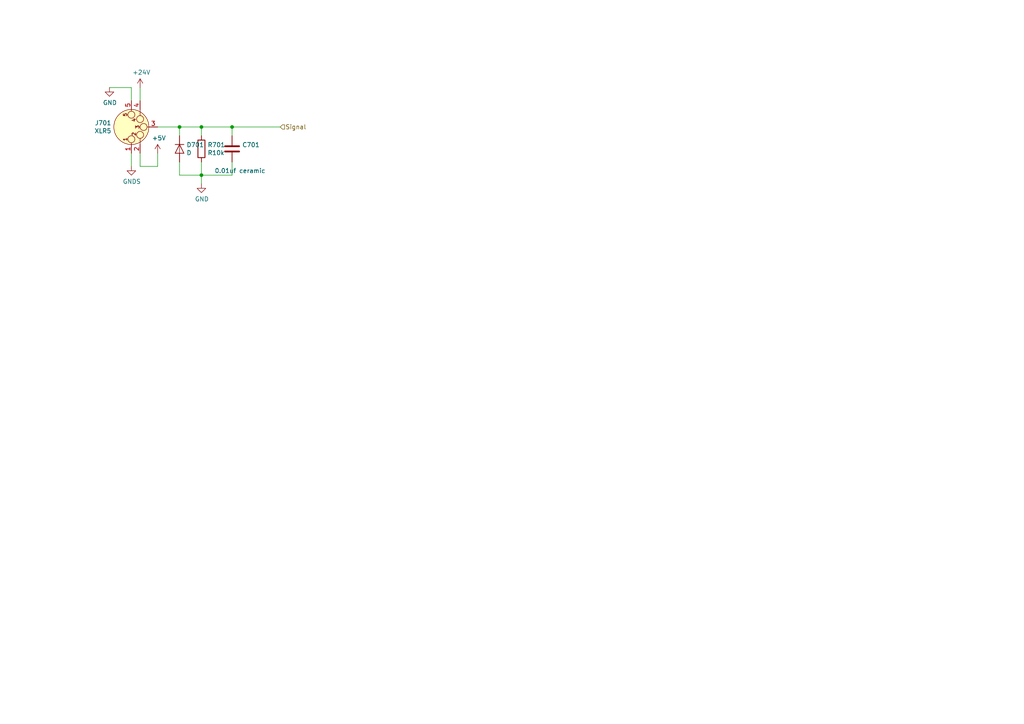
<source format=kicad_sch>
(kicad_sch (version 20210621) (generator eeschema)
  (paper "A4")
  (lib_symbols
    (symbol "Connector:XLR5" (pin_names hide)
      (property "Reference" "J" (at 2.54 6.35 0))
      (property "Value" "XLR5" (at 5.08 -6.096 0))
      (symbol "XLR5_0_1"
        (circle (center -3.556 0) (radius 1.016))
        (circle (center -2.286 -2.54) (radius 1.016))
        (circle (center 0 -3.556) (radius 1.016))
        (polyline (pts (xy -5.08 -2.54) (xy -4.445 -2.54)))
        (polyline (pts (xy -5.08 0) (xy -4.572 0)))
        (polyline (pts (xy -4.572 -2.54) (xy -3.302 -2.54)))
        (polyline (pts (xy 0 -5.08) (xy 0 -4.572)))
        (polyline (pts (xy 4.572 -2.54) (xy 3.302 -2.54)))
        (polyline (pts (xy 5.08 -2.54) (xy 4.445 -2.54)))
        (polyline (pts (xy 5.08 0) (xy 4.572 0)))
        (circle (center 0 0) (radius 5.08) (fill (type background)))
        (circle (center 2.286 -2.54) (radius 1.016))
        (circle (center 3.556 0) (radius 1.016))
        (text "1" (at -3.556 1.778 0) (effects (font (size 1.016 1.016) bold)))
        (text "2" (at -2.032 -0.762 0) (effects (font (size 1.016 1.016) bold)))
        (text "3" (at 0 -1.778 0) (effects (font (size 1.016 1.016) bold)))
        (text "4" (at 2.032 -0.762 0) (effects (font (size 1.016 1.016) bold)))
        (text "5" (at 3.556 1.778 0) (effects (font (size 1.016 1.016) bold)))
      )
      (symbol "XLR5_1_1"
        (pin passive line (at -7.62 0 0) (length 2.54) (name "P1") (number "1"))
        (pin passive line (at -7.62 -2.54 0) (length 2.54) (name "P2") (number "2"))
        (pin passive line (at 0 -7.62 90) (length 2.54) (name "P3") (number "3"))
        (pin passive line (at 7.62 -2.54 180) (length 2.54) (name "P3") (number "4"))
        (pin passive line (at 7.62 0 180) (length 2.54) (name "P5") (number "5"))
      )
    )
    (symbol "Device:C" (pin_numbers hide) (pin_names (offset 0.254))
      (property "Reference" "C" (at 0.635 2.54 0))
      (property "Value" "C" (at 0.635 -2.54 0))
      (symbol "C_0_1"
        (polyline (pts (xy -2.032 -0.762) (xy 2.032 -0.762)) (stroke (width 0.508)))
        (polyline (pts (xy -2.032 0.762) (xy 2.032 0.762)) (stroke (width 0.508)))
      )
      (symbol "C_1_1"
        (pin passive line (at 0 3.81 270) (length 2.794) (name "~") (number "1"))
        (pin passive line (at 0 -3.81 90) (length 2.794) (name "~") (number "2"))
      )
    )
    (symbol "Device:D" (pin_numbers hide) (pin_names (offset 1.016) hide)
      (property "Reference" "D" (at 0 2.54 0))
      (property "Value" "D" (at 0 -2.54 0))
      (symbol "D_0_1"
        (polyline (pts (xy -1.27 1.27) (xy -1.27 -1.27)) (stroke (width 0.2032)))
        (polyline (pts (xy 1.27 0) (xy -1.27 0)))
        (polyline (pts (xy 1.27 1.27) (xy 1.27 -1.27) (xy -1.27 0) (xy 1.27 1.27)) (stroke (width 0.2032)))
      )
      (symbol "D_1_1"
        (pin passive line (at -3.81 0 0) (length 2.54) (name "K") (number "1"))
        (pin passive line (at 3.81 0 180) (length 2.54) (name "A") (number "2"))
      )
    )
    (symbol "Device:R" (pin_numbers hide) (pin_names (offset 0))
      (property "Reference" "R" (at 2.032 0 90))
      (property "Value" "R" (at 0 0 90))
      (symbol "R_0_1"
        (rectangle (start -1.016 -2.54) (end 1.016 2.54) (stroke (width 0.254)))
      )
      (symbol "R_1_1"
        (pin passive line (at 0 3.81 270) (length 1.27) (name "~") (number "1"))
        (pin passive line (at 0 -3.81 90) (length 1.27) (name "~") (number "2"))
      )
    )
    (symbol "power:+24V" (power) (pin_names (offset 0))
      (property "Value" "+24V" (at 0 3.556 0))
      (symbol "+24V_0_1"
        (polyline (pts (xy -0.762 1.27) (xy 0 2.54)))
        (polyline (pts (xy 0 0) (xy 0 2.54)))
        (polyline (pts (xy 0 2.54) (xy 0.762 1.27)))
      )
      (symbol "+24V_1_1"
        (pin power_in line (at 0 0 90) (length 0) hide (name "+24V") (number "1"))
      )
    )
    (symbol "power:+5V" (power) (pin_names (offset 0))
      (property "Value" "+5V" (at 0 3.556 0))
      (symbol "+5V_0_1"
        (polyline (pts (xy -0.762 1.27) (xy 0 2.54)))
        (polyline (pts (xy 0 0) (xy 0 2.54)))
        (polyline (pts (xy 0 2.54) (xy 0.762 1.27)))
      )
      (symbol "+5V_1_1"
        (pin power_in line (at 0 0 90) (length 0) hide (name "+5V") (number "1"))
      )
    )
    (symbol "power:GND" (power) (pin_names (offset 0))
      (property "Value" "GND" (at 0 -3.81 0))
      (symbol "GND_0_1"
        (polyline (pts (xy 0 0) (xy 0 -1.27) (xy 1.27 -1.27) (xy 0 -2.54) (xy -1.27 -1.27) (xy 0 -1.27)))
      )
      (symbol "GND_1_1"
        (pin power_in line (at 0 0 270) (length 0) hide (name "GND") (number "1"))
      )
    )
    (symbol "power:GNDS" (power) (pin_names (offset 0))
      (property "Value" "GNDS" (at 0 -3.81 0))
      (symbol "GNDS_0_1"
        (polyline (pts (xy 0 0) (xy 0 -1.27) (xy 1.27 -1.27) (xy 0 -2.54) (xy -1.27 -1.27) (xy 0 -1.27)))
      )
      (symbol "GNDS_1_1"
        (pin power_in line (at 0 0 270) (length 0) hide (name "GNDS") (number "1"))
      )
    )
  )
  (junction (at 52.07 36.83))
  (junction (at 58.42 36.83))
  (junction (at 58.42 50.8))
  (junction (at 67.31 36.83))
  (wire (pts (xy 38.1 25.4) (xy 31.75 25.4)))
  (wire (pts (xy 38.1 29.21) (xy 38.1 25.4)))
  (wire (pts (xy 38.1 48.26) (xy 38.1 44.45)))
  (wire (pts (xy 40.64 29.21) (xy 40.64 25.4)))
  (wire (pts (xy 40.64 44.45) (xy 40.64 48.26)))
  (wire (pts (xy 40.64 48.26) (xy 45.72 48.26)))
  (wire (pts (xy 45.72 36.83) (xy 52.07 36.83)))
  (wire (pts (xy 45.72 48.26) (xy 45.72 44.45)))
  (wire (pts (xy 52.07 36.83) (xy 52.07 39.37)))
  (wire (pts (xy 52.07 46.99) (xy 52.07 50.8)))
  (wire (pts (xy 52.07 50.8) (xy 58.42 50.8)))
  (wire (pts (xy 58.42 36.83) (xy 52.07 36.83)))
  (wire (pts (xy 58.42 36.83) (xy 58.42 39.37)))
  (wire (pts (xy 58.42 50.8) (xy 58.42 46.99)))
  (wire (pts (xy 58.42 50.8) (xy 58.42 53.34)))
  (wire (pts (xy 67.31 36.83) (xy 58.42 36.83)))
  (wire (pts (xy 67.31 36.83) (xy 67.31 39.37)))
  (wire (pts (xy 67.31 46.99) (xy 67.31 50.8)))
  (wire (pts (xy 67.31 50.8) (xy 58.42 50.8)))
  (wire (pts (xy 81.28 36.83) (xy 67.31 36.83)))
  (hierarchical_label "Signal" (shape input) (at 81.28 36.83 0))
  (symbol (lib_id "power:+24V") (at 40.64 25.4 0)
    (property "Reference" "#PWR0134" (effects hide))
    (property "Value" "+24V" (at 41.021 21.0058 0))
  )
  (symbol (lib_id "power:+5V") (at 45.72 44.45 0)
    (property "Reference" "#PWR0133" (effects hide))
    (property "Value" "+5V" (at 46.101 40.0558 0))
  )
  (symbol (lib_id "power:GND") (at 31.75 25.4 0)
    (property "Reference" "#PWR0132" (effects hide))
    (property "Value" "GND" (at 31.877 29.7942 0))
  )
  (symbol (lib_id "power:GNDS") (at 38.1 48.26 0)
    (property "Reference" "#PWR0135" (effects hide))
    (property "Value" "GNDS" (at 38.227 52.6542 0))
  )
  (symbol (lib_id "power:GND") (at 58.42 53.34 0)
    (property "Reference" "#PWR0131" (effects hide))
    (property "Value" "GND" (at 58.547 57.7342 0))
  )
  (symbol (lib_id "Device:R") (at 58.42 43.18 0)
    (property "Reference" "R701" (at 60.198 42.0116 0) (effects (justify left)))
    (property "Value" "R10k" (at 60.198 44.323 0) (effects (justify left)))
    (property "Footprint" "Resistor_THT:R_Axial_DIN0204_L3.6mm_D1.6mm_P5.08mm_Horizontal" (effects hide))
  )
  (symbol (lib_id "Device:D") (at 52.07 43.18 270)
    (property "Reference" "D701" (at 54.0766 42.0116 90) (effects (justify left)))
    (property "Value" "D" (at 54.0766 44.323 90) (effects (justify left)))
    (property "Footprint" "Diode_THT:D_DO-15_P10.16mm_Horizontal" (effects hide))
    (property "MFGR" "Littelfuse" (effects hide))
    (property "MPN" "SA5.0A" (effects hide))
  )
  (symbol (lib_id "Device:C") (at 67.31 43.18 0)
    (property "Reference" "C701" (at 70.231 42.0116 0) (effects (justify left)))
    (property "Value" "0.01uf ceramic" (at 62.23 49.53 0) (effects (justify left)))
    (property "Footprint" "Capacitor_THT:C_Disc_D5.0mm_W2.5mm_P5.00mm" (effects hide))
    (property "MFGR" "Kemet" (effects hide))
    (property "MPN" "10000PF" (effects hide))
  )
  (symbol (lib_id "Connector:XLR5") (at 38.1 36.83 90)
    (property "Reference" "J701" (at 32.3088 35.6616 90) (effects (justify left)))
    (property "Value" "XLR5" (at 32.3088 37.973 90) (effects (justify left)))
    (property "Footprint" "XLR:IO-XLR5-M-EH" (effects hide))
    (property "Datasheet" " ~" (effects hide))
    (property "MFGR" "IO Audio Technologies" (effects hide))
    (property "MPN" "IO-XLR5-M-EH" (effects hide))
  )
)
</source>
